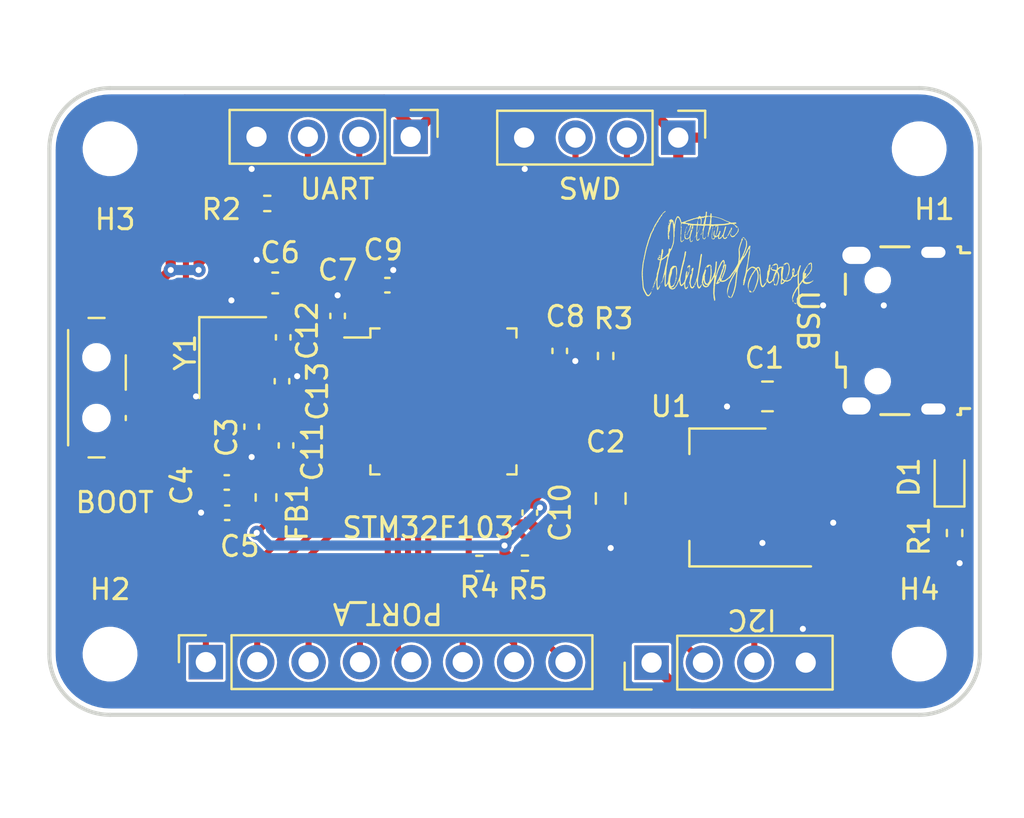
<source format=kicad_pcb>
(kicad_pcb (version 20241229) (generator "pcbnew") (generator_version "9.0")
  (title_block (title "STM32F103_Dev Board") (date "2023-07-22") (rev "1.0") (company "Switches") (comment 1 "Author: Matthew"))
  (layers (0 "F.Cu" signal) (2 "B.Cu" power) (13 "F.Paste" user) (15 "B.Paste" user) (5 "F.SilkS" user "F.Silkscreen") (7 "B.SilkS" user "B.Silkscreen") (1 "F.Mask" user) (3 "B.Mask" user) (25 "Edge.Cuts" user))
  (net 0 "")
  (net 1 "VBUS")
  (net 2 "GND")
  (net 3 "+3.3V")
  (net 4 "Net-(C11-Pad1)")
  (net 5 "/HSE_IN")
  (net 6 "/HSE_OUT")
  (net 7 "+3.3VA")
  (net 8 "/PWR_LED_K")
  (net 9 "/USART_TX")
  (net 10 "/USART_RX")
  (net 11 "/I2C2_SCL")
  (net 12 "/I2C2_SDA")
  (net 13 "/SWDIO")
  (net 14 "/SWCLK")
  (net 15 "/USB_D-")
  (net 16 "/USB_D+")
  (net 17 "Net-(J1-Pad1)")
  (net 18 "Net-(J1-Pad2)")
  (net 19 "Net-(J1-Pad3)")
  (net 20 "Net-(J1-Pad4)")
  (net 21 "Net-(J1-Pad5)")
  (net 22 "Net-(J1-Pad6)")
  (net 23 "Net-(J1-Pad7)")
  (net 24 "Net-(J1-Pad8)")
  (net 25 "Net-(R2-Pad2)")
  (net 26 "Net-(R2-Pad1)")
  (footprint "Capacitor_SMD:C_0402_1005Metric" (layer "F.Cu") (at 140 111.252164 -90)
    (property "Reference" "C8" (at -1.706164 -0.274 180) (layer "F.SilkS"))
    (property "Value" "100n")
    (pad "1" smd roundrect (at -0.48 0 270) (size 0.56 0.62) (layers "F.Cu" "F.Mask" "F.Paste") (net 3 "+3.3V"))
    (pad "2" smd roundrect (at 0.48 0 270) (size 0.56 0.62) (layers "F.Cu" "F.Mask" "F.Paste") (net 2 "GND"))
  )
  (footprint "Package_QFP:LQFP-48_7x7mm_P0.5mm" (layer "F.Cu") (at 134.25 113.75)
    (property "Reference" "U2")
    (property "Value" "STM32F103C8T6")
    (pad "1" smd roundrect (at -4.1625 -2.75) (size 1.475 0.3) (layers "F.Cu" "F.Mask" "F.Paste") (net 3 "+3.3V"))
    (pad "2" smd roundrect (at -4.1625 -2.25) (size 1.475 0.3) (layers "F.Cu" "F.Mask" "F.Paste"))
    (pad "3" smd roundrect (at -4.1625 -1.75) (size 1.475 0.3) (layers "F.Cu" "F.Mask" "F.Paste"))
    (pad "4" smd roundrect (at -4.1625 -1.25) (size 1.475 0.3) (layers "F.Cu" "F.Mask" "F.Paste"))
    (pad "5" smd roundrect (at -4.1625 -0.75) (size 1.475 0.3) (layers "F.Cu" "F.Mask" "F.Paste") (net 5 "/HSE_IN"))
    (pad "6" smd roundrect (at -4.1625 -0.25) (size 1.475 0.3) (layers "F.Cu" "F.Mask" "F.Paste") (net 6 "/HSE_OUT"))
    (pad "7" smd roundrect (at -4.1625 0.25) (size 1.475 0.3) (layers "F.Cu" "F.Mask" "F.Paste") (net 4 "Net-(C11-Pad1)"))
    (pad "8" smd roundrect (at -4.1625 0.75) (size 1.475 0.3) (layers "F.Cu" "F.Mask" "F.Paste") (net 2 "GND"))
    (pad "9" smd roundrect (at -4.1625 1.25) (size 1.475 0.3) (layers "F.Cu" "F.Mask" "F.Paste") (net 7 "+3.3VA"))
    (pad "10" smd roundrect (at -4.1625 1.75) (size 1.475 0.3) (layers "F.Cu" "F.Mask" "F.Paste") (net 17 "Net-(J1-Pad1)"))
    (pad "11" smd roundrect (at -4.1625 2.25) (size 1.475 0.3) (layers "F.Cu" "F.Mask" "F.Paste") (net 18 "Net-(J1-Pad2)"))
    (pad "12" smd roundrect (at -4.1625 2.75) (size 1.475 0.3) (layers "F.Cu" "F.Mask" "F.Paste") (net 19 "Net-(J1-Pad3)"))
    (pad "13" smd roundrect (at -2.75 4.1625) (size 0.3 1.475) (layers "F.Cu" "F.Mask" "F.Paste") (net 20 "Net-(J1-Pad4)"))
    (pad "14" smd roundrect (at -2.25 4.1625) (size 0.3 1.475) (layers "F.Cu" "F.Mask" "F.Paste") (net 21 "Net-(J1-Pad5)"))
    (pad "15" smd roundrect (at -1.75 4.1625) (size 0.3 1.475) (layers "F.Cu" "F.Mask" "F.Paste") (net 22 "Net-(J1-Pad6)"))
    (pad "16" smd roundrect (at -1.25 4.1625) (size 0.3 1.475) (layers "F.Cu" "F.Mask" "F.Paste") (net 23 "Net-(J1-Pad7)"))
    (pad "17" smd roundrect (at -0.75 4.1625) (size 0.3 1.475) (layers "F.Cu" "F.Mask" "F.Paste") (net 24 "Net-(J1-Pad8)"))
    (pad "18" smd roundrect (at -0.25 4.1625) (size 0.3 1.475) (layers "F.Cu" "F.Mask" "F.Paste"))
    (pad "19" smd roundrect (at 0.25 4.1625) (size 0.3 1.475) (layers "F.Cu" "F.Mask" "F.Paste"))
    (pad "20" smd roundrect (at 0.75 4.1625) (size 0.3 1.475) (layers "F.Cu" "F.Mask" "F.Paste"))
    (pad "21" smd roundrect (at 1.25 4.1625) (size 0.3 1.475) (layers "F.Cu" "F.Mask" "F.Paste") (net 11 "/I2C2_SCL"))
    (pad "22" smd roundrect (at 1.75 4.1625) (size 0.3 1.475) (layers "F.Cu" "F.Mask" "F.Paste") (net 12 "/I2C2_SDA"))
    (pad "23" smd roundrect (at 2.25 4.1625) (size 0.3 1.475) (layers "F.Cu" "F.Mask" "F.Paste") (net 2 "GND"))
    (pad "24" smd roundrect (at 2.75 4.1625) (size 0.3 1.475) (layers "F.Cu" "F.Mask" "F.Paste") (net 3 "+3.3V"))
    (pad "25" smd roundrect (at 4.1625 2.75) (size 1.475 0.3) (layers "F.Cu" "F.Mask" "F.Paste"))
    (pad "26" smd roundrect (at 4.1625 2.25) (size 1.475 0.3) (layers "F.Cu" "F.Mask" "F.Paste"))
    (pad "27" smd roundrect (at 4.1625 1.75) (size 1.475 0.3) (layers "F.Cu" "F.Mask" "F.Paste"))
    (pad "28" smd roundrect (at 4.1625 1.25) (size 1.475 0.3) (layers "F.Cu" "F.Mask" "F.Paste"))
    (pad "29" smd roundrect (at 4.1625 0.75) (size 1.475 0.3) (layers "F.Cu" "F.Mask" "F.Paste"))
    (pad "30" smd roundrect (at 4.1625 0.25) (size 1.475 0.3) (layers "F.Cu" "F.Mask" "F.Paste"))
    (pad "31" smd roundrect (at 4.1625 -0.25) (size 1.475 0.3) (layers "F.Cu" "F.Mask" "F.Paste"))
    (pad "32" smd roundrect (at 4.1625 -0.75) (size 1.475 0.3) (layers "F.Cu" "F.Mask" "F.Paste") (net 15 "/USB_D-"))
    (pad "33" smd roundrect (at 4.1625 -1.25) (size 1.475 0.3) (layers "F.Cu" "F.Mask" "F.Paste") (net 16 "/USB_D+"))
    (pad "34" smd roundrect (at 4.1625 -1.75) (size 1.475 0.3) (layers "F.Cu" "F.Mask" "F.Paste") (net 13 "/SWDIO"))
    (pad "35" smd roundrect (at 4.1625 -2.25) (size 1.475 0.3) (layers "F.Cu" "F.Mask" "F.Paste") (net 2 "GND"))
    (pad "36" smd roundrect (at 4.1625 -2.75) (size 1.475 0.3) (layers "F.Cu" "F.Mask" "F.Paste") (net 3 "+3.3V"))
    (pad "37" smd roundrect (at 2.75 -4.1625) (size 0.3 1.475) (layers "F.Cu" "F.Mask" "F.Paste") (net 14 "/SWCLK"))
    (pad "38" smd roundrect (at 2.25 -4.1625) (size 0.3 1.475) (layers "F.Cu" "F.Mask" "F.Paste"))
    (pad "39" smd roundrect (at 1.75 -4.1625) (size 0.3 1.475) (layers "F.Cu" "F.Mask" "F.Paste"))
    (pad "40" smd roundrect (at 1.25 -4.1625) (size 0.3 1.475) (layers "F.Cu" "F.Mask" "F.Paste"))
    (pad "41" smd roundrect (at 0.75 -4.1625) (size 0.3 1.475) (layers "F.Cu" "F.Mask" "F.Paste"))
    (pad "42" smd roundrect (at 0.25 -4.1625) (size 0.3 1.475) (layers "F.Cu" "F.Mask" "F.Paste") (net 9 "/USART_TX"))
    (pad "43" smd roundrect (at -0.25 -4.1625) (size 0.3 1.475) (layers "F.Cu" "F.Mask" "F.Paste") (net 10 "/USART_RX"))
    (pad "44" smd roundrect (at -0.75 -4.1625) (size 0.3 1.475) (layers "F.Cu" "F.Mask" "F.Paste") (net 25 "Net-(R2-Pad2)"))
    (pad "45" smd roundrect (at -1.25 -4.1625) (size 0.3 1.475) (layers "F.Cu" "F.Mask" "F.Paste"))
    (pad "46" smd roundrect (at -1.75 -4.1625) (size 0.3 1.475) (layers "F.Cu" "F.Mask" "F.Paste"))
    (pad "47" smd roundrect (at -2.25 -4.1625) (size 0.3 1.475) (layers "F.Cu" "F.Mask" "F.Paste") (net 2 "GND"))
    (pad "48" smd roundrect (at -2.75 -4.1625) (size 0.3 1.475) (layers "F.Cu" "F.Mask" "F.Paste") (net 3 "+3.3V"))
  )
  (footprint "Inductor_SMD:L_0603_1608Metric" (layer "F.Cu") (at 125.48 118.502164 -90)
    (property "Reference" "FB1" (at 0.75 -1.54 90) (layer "F.SilkS"))
    (property "Value" "FerriteBead")
    (pad "1" smd roundrect (at -0.7875 0 270) (size 0.875 0.95) (layers "F.Cu" "F.Mask" "F.Paste") (net 7 "+3.3VA"))
    (pad "2" smd roundrect (at 0.7875 0 270) (size 0.875 0.95) (layers "F.Cu" "F.Mask" "F.Paste") (net 3 "+3.3V"))
  )
  (footprint "Capacitor_SMD:C_0402_1005Metric" (layer "F.Cu") (at 126.33 110.582164 90)
    (property "Reference" "C12" (at 0.33 1.19 90) (layer "F.SilkS"))
    (property "Value" "10p")
    (pad "1" smd roundrect (at -0.48 0 90) (size 0.56 0.62) (layers "F.Cu" "F.Mask" "F.Paste") (net 5 "/HSE_IN"))
    (pad "2" smd roundrect (at 0.48 0 90) (size 0.56 0.62) (layers "F.Cu" "F.Mask" "F.Paste") (net 2 "GND"))
  )
  (footprint "Capacitor_SMD:C_0402_1005Metric" (layer "F.Cu") (at 129.02 109.522164 90)
    (property "Reference" "C7" (at 2.27 0 180) (layer "F.SilkS"))
    (property "Value" "100n")
    (pad "1" smd roundrect (at -0.48 0 90) (size 0.56 0.62) (layers "F.Cu" "F.Mask" "F.Paste") (net 3 "+3.3V"))
    (pad "2" smd roundrect (at 0.48 0 90) (size 0.56 0.62) (layers "F.Cu" "F.Mask" "F.Paste") (net 2 "GND"))
  )
  (footprint "Resistor_SMD:R_0402_1005Metric" (layer "F.Cu") (at 142.27 111.502164 -90)
    (property "Reference" "R3" (at -1.846 -0.388 180) (layer "F.SilkS"))
    (property "Value" "1K5")
    (pad "1" smd roundrect (at -0.51 0 270) (size 0.54 0.64) (layers "F.Cu" "F.Mask" "F.Paste") (net 3 "+3.3V"))
    (pad "2" smd roundrect (at 0.51 0 270) (size 0.54 0.64) (layers "F.Cu" "F.Mask" "F.Paste") (net 16 "/USB_D+"))
  )
  (footprint "Connector_PinHeader_2.54mm:PinHeader_1x04_P2.54mm_Vertical" (layer "F.Cu") (at 132.63 100.662164 -90)
    (property "Reference" "J2")
    (property "Value" "Conn_01x04_Male")
    (pad "1" thru_hole rect (at 0 0 270) (size 1.7 1.7) (drill 1) (layers "*.Cu" "*.Mask") (net 3 "+3.3V"))
    (pad "2" thru_hole oval (at 0 2.54 270) (size 1.7 1.7) (drill 1) (layers "*.Cu" "*.Mask") (net 9 "/USART_TX"))
    (pad "3" thru_hole oval (at 0 5.08 270) (size 1.7 1.7) (drill 1) (layers "*.Cu" "*.Mask") (net 10 "/USART_RX"))
    (pad "4" thru_hole oval (at 0 7.62 270) (size 1.7 1.7) (drill 1) (layers "*.Cu" "*.Mask") (net 2 "GND"))
  )
  (footprint "MountingHole:MountingHole_2.2mm_M2" (layer "F.Cu") (at 117.77 126.252164)
    (property "Reference" "H2" (at 0 -3.2 0) (layer "F.SilkS"))
    (property "Value" "MountingHole")
    (pad "" np_thru_hole circle (at 0 0) (size 2.2 2.2) (drill 2.2) (layers "*.Cu" "*.Mask"))
  )
  (footprint "Connector_PinHeader_2.54mm:PinHeader_1x04_P2.54mm_Vertical" (layer "F.Cu") (at 144.54 126.672164 90)
    (property "Reference" "J4")
    (property "Value" "Conn_01x04_Male")
    (pad "1" thru_hole rect (at 0 0 90) (size 1.7 1.7) (drill 1) (layers "*.Cu" "*.Mask") (net 3 "+3.3V"))
    (pad "2" thru_hole oval (at 0 2.54 90) (size 1.7 1.7) (drill 1) (layers "*.Cu" "*.Mask") (net 11 "/I2C2_SCL"))
    (pad "3" thru_hole oval (at 0 5.08 90) (size 1.7 1.7) (drill 1) (layers "*.Cu" "*.Mask") (net 12 "/I2C2_SDA"))
    (pad "4" thru_hole oval (at 0 7.62 90) (size 1.7 1.7) (drill 1) (layers "*.Cu" "*.Mask") (net 2 "GND"))
  )
  (footprint "Capacitor_SMD:C_0402_1005Metric" (layer "F.Cu") (at 131.48 108.002164)
    (property "Reference" "C9" (at -0.21 -1.75 0) (layer "F.SilkS"))
    (property "Value" "100n")
    (pad "1" smd roundrect (at -0.48 0) (size 0.56 0.62) (layers "F.Cu" "F.Mask" "F.Paste") (net 3 "+3.3V"))
    (pad "2" smd roundrect (at 0.48 0) (size 0.56 0.62) (layers "F.Cu" "F.Mask" "F.Paste") (net 2 "GND"))
  )
  (footprint "Connector_USB:USB_Micro-B_Wuerth_629105150521" (layer "F.Cu") (at 156.52 110.252164 90)
    (property "Reference" "J3")
    (property "Value" "USB_B_Micro")
    (pad "" np_thru_hole oval (at -2.5 -0.8 90) (size 0.8 0.8) (drill 0.8) (layers "*.Cu" "*.Mask"))
    (pad "" np_thru_hole oval (at 2.5 -0.8 90) (size 0.8 0.8) (drill 0.8) (layers "*.Cu" "*.Mask"))
    (pad "1" smd rect (at -1.3 -1.9 90) (size 0.45 1.3) (layers "F.Cu" "F.Mask" "F.Paste") (net 1 "VBUS"))
    (pad "2" smd rect (at -0.65 -1.9 90) (size 0.45 1.3) (layers "F.Cu" "F.Mask" "F.Paste") (net 15 "/USB_D-"))
    (pad "3" smd rect (at 0 -1.9 90) (size 0.45 1.3) (layers "F.Cu" "F.Mask" "F.Paste") (net 16 "/USB_D+"))
    (pad "4" smd rect (at 0.65 -1.9 90) (size 0.45 1.3) (layers "F.Cu" "F.Mask" "F.Paste"))
    (pad "5" smd rect (at 1.3 -1.9 90) (size 0.45 1.3) (layers "F.Cu" "F.Mask" "F.Paste") (net 2 "GND"))
    (pad "6" thru_hole oval (at -3.875 1.95 90) (size 1.15 1.8) (drill oval 0.55 1.2) (layers "*.Cu" "*.Mask") (net 2 "GND"))
    (pad "6" thru_hole oval (at -3.725 -1.85 90) (size 1.45 2) (drill oval 0.85 1.4) (layers "*.Cu" "*.Mask") (net 2 "GND"))
    (pad "6" thru_hole oval (at 3.725 -1.85 90) (size 1.45 2) (drill oval 0.85 1.4) (layers "*.Cu" "*.Mask") (net 2 "GND"))
    (pad "6" thru_hole oval (at 3.875 1.95 90) (size 1.15 1.8) (drill oval 0.55 1.2) (layers "*.Cu" "*.Mask") (net 2 "GND"))
  )
  (footprint "Capacitor_SMD:C_0402_1005Metric" (layer "F.Cu") (at 123.54 117.76 180)
    (property "Reference" "C4" (at 2.23 -0.15 90) (layer "F.SilkS"))
    (property "Value" "1u")
    (pad "1" smd roundrect (at -0.48 0 180) (size 0.56 0.62) (layers "F.Cu" "F.Mask" "F.Paste") (net 7 "+3.3VA"))
    (pad "2" smd roundrect (at 0.48 0 180) (size 0.56 0.62) (layers "F.Cu" "F.Mask" "F.Paste") (net 2 "GND"))
  )
  (footprint "Capacitor_SMD:C_0402_1005Metric" (layer "F.Cu") (at 124.77 115.002164 -90)
    (property "Reference" "C11" (at 1.25 -3 90) (layer "F.SilkS"))
    (property "Value" "100n")
    (pad "1" smd roundrect (at -0.48 0 270) (size 0.56 0.62) (layers "F.Cu" "F.Mask" "F.Paste") (net 4 "Net-(C11-Pad1)"))
    (pad "2" smd roundrect (at 0.48 0 270) (size 0.56 0.62) (layers "F.Cu" "F.Mask" "F.Paste") (net 2 "GND"))
  )
  (footprint "Capacitor_SMD:C_0805_2012Metric" (layer "F.Cu") (at 142.52 118.552164 -90)
    (property "Reference" "C2" (at -2.8 0.25 180) (layer "F.SilkS"))
    (property "Value" "22u")
    (pad "1" smd roundrect (at -0.95 0 270) (size 1 1.45) (layers "F.Cu" "F.Mask" "F.Paste") (net 3 "+3.3V"))
    (pad "2" smd roundrect (at 0.95 0 270) (size 1 1.45) (layers "F.Cu" "F.Mask" "F.Paste") (net 2 "GND"))
  )
  (footprint "Capacitor_SMD:C_0603_1608Metric" (layer "F.Cu") (at 125.935 107.89 180)
    (property "Reference" "C6" (at -0.245 1.5 0) (layer "F.SilkS"))
    (property "Value" "10U")
    (pad "1" smd roundrect (at -0.775 0 180) (size 0.9 0.95) (layers "F.Cu" "F.Mask" "F.Paste") (net 3 "+3.3V"))
    (pad "2" smd roundrect (at 0.775 0 180) (size 0.9 0.95) (layers "F.Cu" "F.Mask" "F.Paste") (net 2 "GND"))
  )
  (footprint "Resistor_SMD:R_0402_1005Metric" (layer "F.Cu") (at 125.542 103.958)
    (property "Reference" "R2" (at -2.272 0.294164 180) (layer "F.SilkS"))
    (property "Value" "10k")
    (pad "1" smd roundrect (at -0.51 0) (size 0.54 0.64) (layers "F.Cu" "F.Mask" "F.Paste") (net 26 "Net-(R2-Pad1)"))
    (pad "2" smd roundrect (at 0.51 0) (size 0.54 0.64) (layers "F.Cu" "F.Mask" "F.Paste") (net 25 "Net-(R2-Pad2)"))
  )
  (footprint "Capacitor_SMD:C_0402_1005Metric" (layer "F.Cu") (at 138.52 119.252164 -90)
    (property "Reference" "C10" (at 0 -1.5 90) (layer "F.SilkS"))
    (property "Value" "100n")
    (pad "1" smd roundrect (at -0.48 0 270) (size 0.56 0.62) (layers "F.Cu" "F.Mask" "F.Paste") (net 3 "+3.3V"))
    (pad "2" smd roundrect (at 0.48 0 270) (size 0.56 0.62) (layers "F.Cu" "F.Mask" "F.Paste") (net 2 "GND"))
  )
  (footprint "Package_TO_SOT_SMD:SOT-223-3_TabPin2" (layer "F.Cu") (at 148.32 118.502164 180)
    (property "Reference" "U1" (at 2.82 4.502164 0) (layer "F.SilkS"))
    (property "Value" "AMS1117-3.3")
    (pad "1" smd rect (at -3.15 -2.3 180) (size 2 1.5) (layers "F.Cu" "F.Mask" "F.Paste") (net 2 "GND"))
    (pad "2" smd rect (at -3.15 0 180) (size 2 1.5) (layers "F.Cu" "F.Mask" "F.Paste") (net 3 "+3.3V"))
    (pad "2" smd rect (at 3.15 0 180) (size 2 3.8) (layers "F.Cu" "F.Mask" "F.Paste") (net 3 "+3.3V"))
    (pad "3" smd rect (at -3.15 2.3 180) (size 2 1.5) (layers "F.Cu" "F.Mask" "F.Paste") (net 1 "VBUS"))
  )
  (footprint "LOGO" (layer "F.Cu") (at 149 106.5 90)
    (property "Reference" "G***")
    (property "Value" "LOGO" (hide yes))
  )
  (footprint "LED_SMD:LED_0603_1608Metric" (layer "F.Cu") (at 159.27 117.464664 90)
    (property "Reference" "D1" (at -0.0375 -2 90) (layer "F.SilkS"))
    (property "Value" "RED")
    (pad "1" smd roundrect (at -0.7875 0 90) (size 0.875 0.95) (layers "F.Cu" "F.Mask" "F.Paste") (net 8 "/PWR_LED_K"))
    (pad "2" smd roundrect (at 0.7875 0 90) (size 0.875 0.95) (layers "F.Cu" "F.Mask" "F.Paste") (net 3 "+3.3V"))
  )
  (footprint "MountingHole:MountingHole_2.2mm_M2" (layer "F.Cu") (at 157.77 101.252164)
    (property "Reference" "H1" (at 0.75 3 0) (layer "F.SilkS"))
    (property "Value" "MountingHole")
    (pad "" np_thru_hole circle (at 0 0) (size 2.2 2.2) (drill 2.2) (layers "*.Cu" "*.Mask"))
  )
  (footprint "Capacitor_SMD:C_0402_1005Metric" (layer "F.Cu") (at 126.47 115.93 90)
    (property "Reference" "C3" (at 0.4 -2.94 90) (layer "F.SilkS"))
    (property "Value" "100n")
    (pad "1" smd roundrect (at -0.48 0 90) (size 0.56 0.62) (layers "F.Cu" "F.Mask" "F.Paste") (net 7 "+3.3VA"))
    (pad "2" smd roundrect (at 0.48 0 90) (size 0.56 0.62) (layers "F.Cu" "F.Mask" "F.Paste") (net 2 "GND"))
  )
  (footprint "Capacitor_SMD:C_0402_1005Metric" (layer "F.Cu") (at 123.56 119.26 180)
    (property "Reference" "C5" (at -0.62 -1.66 0) (layer "F.SilkS"))
    (property "Value" "1u")
    (pad "1" smd roundrect (at -0.48 0 180) (size 0.56 0.62) (layers "F.Cu" "F.Mask" "F.Paste") (net 3 "+3.3V"))
    (pad "2" smd roundrect (at 0.48 0 180) (size 0.56 0.62) (layers "F.Cu" "F.Mask" "F.Paste") (net 2 "GND"))
  )
  (footprint "MountingHole:MountingHole_2.2mm_M2" (layer "F.Cu") (at 117.77 101.252164)
    (property "Reference" "H3" (at 0.25 3.5 0) (layer "F.SilkS"))
    (property "Value" "MountingHole")
    (pad "" np_thru_hole circle (at 0 0) (size 2.2 2.2) (drill 2.2) (layers "*.Cu" "*.Mask"))
  )
  (footprint "Capacitor_SMD:C_0402_1005Metric" (layer "F.Cu") (at 126.27 112.752164 90)
    (property "Reference" "C13" (at -0.5 1.75 90) (layer "F.SilkS"))
    (property "Value" "10p")
    (pad "1" smd roundrect (at -0.48 0 90) (size 0.56 0.62) (layers "F.Cu" "F.Mask" "F.Paste") (net 6 "/HSE_OUT"))
    (pad "2" smd roundrect (at 0.48 0 90) (size 0.56 0.62) (layers "F.Cu" "F.Mask" "F.Paste") (net 2 "GND"))
  )
  (footprint "Connector_PinHeader_2.54mm:PinHeader_1x04_P2.54mm_Vertical" (layer "F.Cu") (at 145.86 100.702164 -90)
    (property "Reference" "J5")
    (property "Value" "Conn_01x04_Male")
    (pad "1" thru_hole rect (at 0 0 270) (size 1.7 1.7) (drill 1) (layers "*.Cu" "*.Mask") (net 3 "+3.3V"))
    (pad "2" thru_hole oval (at 0 2.54 270) (size 1.7 1.7) (drill 1) (layers "*.Cu" "*.Mask") (net 13 "/SWDIO"))
    (pad "3" thru_hole oval (at 0 5.08 270) (size 1.7 1.7) (drill 1) (layers "*.Cu" "*.Mask") (net 14 "/SWCLK"))
    (pad "4" thru_hole oval (at 0 7.62 270) (size 1.7 1.7) (drill 1) (layers "*.Cu" "*.Mask") (net 2 "GND"))
  )
  (footprint "Resistor_SMD:R_0402_1005Metric" (layer "F.Cu") (at 159.52 120.262164 -90)
    (property "Reference" "R1" (at 0.153641 1.75 90) (layer "F.SilkS"))
    (property "Value" "1K5")
    (pad "1" smd roundrect (at -0.51 0 270) (size 0.54 0.64) (layers "F.Cu" "F.Mask" "F.Paste") (net 8 "/PWR_LED_K"))
    (pad "2" smd roundrect (at 0.51 0 270) (size 0.54 0.64) (layers "F.Cu" "F.Mask" "F.Paste") (net 2 "GND"))
  )
  (footprint "Connector_PinSocket_2.54mm:PinSocket_1x08_P2.54mm_Vertical" (layer "F.Cu") (at 122.505 126.647164 90)
    (property "Reference" "J1")
    (property "Value" "Conn_01x08_Female")
    (pad "1" thru_hole rect (at 0 0 90) (size 1.7 1.7) (drill 1) (layers "*.Cu" "*.Mask") (net 17 "Net-(J1-Pad1)"))
    (pad "2" thru_hole oval (at 0 2.54 90) (size 1.7 1.7) (drill 1) (layers "*.Cu" "*.Mask") (net 18 "Net-(J1-Pad2)"))
    (pad "3" thru_hole oval (at 0 5.08 90) (size 1.7 1.7) (drill 1) (layers "*.Cu" "*.Mask") (net 19 "Net-(J1-Pad3)"))
    (pad "4" thru_hole oval (at 0 7.62 90) (size 1.7 1.7) (drill 1) (layers "*.Cu" "*.Mask") (net 20 "Net-(J1-Pad4)"))
    (pad "5" thru_hole oval (at 0 10.16 90) (size 1.7 1.7) (drill 1) (layers "*.Cu" "*.Mask") (net 21 "Net-(J1-Pad5)"))
    (pad "6" thru_hole oval (at 0 12.7 90) (size 1.7 1.7) (drill 1) (layers "*.Cu" "*.Mask") (net 22 "Net-(J1-Pad6)"))
    (pad "7" thru_hole oval (at 0 15.24 90) (size 1.7 1.7) (drill 1) (layers "*.Cu" "*.Mask") (net 23 "Net-(J1-Pad7)"))
    (pad "8" thru_hole oval (at 0 17.78 90) (size 1.7 1.7) (drill 1) (layers "*.Cu" "*.Mask") (net 24 "Net-(J1-Pad8)"))
  )
  (footprint "Resistor_SMD:R_0402_1005Metric" (layer "F.Cu") (at 138.28 121.752164)
    (property "Reference" "R5" (at 0.153641 1.274 0) (layer "F.SilkS"))
    (property "Value" "1K5")
    (pad "1" smd roundrect (at -0.51 0) (size 0.54 0.64) (layers "F.Cu" "F.Mask" "F.Paste") (net 3 "+3.3V"))
    (pad "2" smd roundrect (at 0.51 0) (size 0.54 0.64) (layers "F.Cu" "F.Mask" "F.Paste") (net 12 "/I2C2_SDA"))
  )
  (footprint "MountingHole:MountingHole_2.2mm_M2" (layer "F.Cu") (at 157.77 126.252164)
    (property "Reference" "H4" (at 0 -3.2 0) (layer "F.SilkS"))
    (property "Value" "MountingHole")
    (pad "" np_thru_hole circle (at 0 0) (size 2.2 2.2) (drill 2.2) (layers "*.Cu" "*.Mask"))
  )
  (footprint "Button_Switch_SMD:SW_SPDT_PCM12" (layer "F.Cu") (at 117.4275 113.072164 -90)
    (property "Reference" "SW1")
    (property "Value" "SW_SPDT")
    (pad "" smd rect (at -3.65 -0.78 270) (size 1 0.8) (layers "F.Cu" "F.Mask" "F.Paste"))
    (pad "" smd rect (at -3.65 1.43 270) (size 1 0.8) (layers "F.Cu" "F.Mask" "F.Paste"))
    (pad "" np_thru_hole circle (at -1.5 0.33 270) (size 0.9 0.9) (drill 0.9) (layers "*.Cu" "*.Mask"))
    (pad "" np_thru_hole circle (at 1.5 0.33 270) (size 0.9 0.9) (drill 0.9) (layers "*.Cu" "*.Mask"))
    (pad "" smd rect (at 3.65 -0.78 270) (size 1 0.8) (layers "F.Cu" "F.Mask" "F.Paste"))
    (pad "" smd rect (at 3.65 1.43 270) (size 1 0.8) (layers "F.Cu" "F.Mask" "F.Paste"))
    (pad "1" smd rect (at -2.25 -1.43 270) (size 0.7 1.5) (layers "F.Cu" "F.Mask" "F.Paste") (net 3 "+3.3V"))
    (pad "2" smd rect (at 0.75 -1.43 270) (size 0.7 1.5) (layers "F.Cu" "F.Mask" "F.Paste") (net 26 "Net-(R2-Pad1)"))
    (pad "3" smd rect (at 2.25 -1.43 270) (size 0.7 1.5) (layers "F.Cu" "F.Mask" "F.Paste") (net 2 "GND"))
  )
  (footprint "Crystal:Crystal_SMD_3225-4Pin_3.2x2.5mm" (layer "F.Cu") (at 123.83 111.582164 -90)
    (property "Reference" "Y1" (at -0.26 2.34 90) (layer "F.SilkS"))
    (property "Value" "10MHz")
    (pad "1" smd rect (at -1.1 0.85 270) (size 1.4 1.2) (layers "F.Cu" "F.Mask" "F.Paste") (net 5 "/HSE_IN"))
    (pad "2" smd rect (at 1.1 0.85 270) (size 1.4 1.2) (layers "F.Cu" "F.Mask" "F.Paste") (net 2 "GND"))
    (pad "3" smd rect (at 1.1 -0.85 270) (size 1.4 1.2) (layers "F.Cu" "F.Mask" "F.Paste") (net 6 "/HSE_OUT"))
    (pad "4" smd rect (at -1.1 -0.85 270) (size 1.4 1.2) (layers "F.Cu" "F.Mask" "F.Paste") (net 2 "GND"))
  )
  (footprint "Resistor_SMD:R_0402_1005Metric" (layer "F.Cu") (at 136.025 121.767164 180)
    (property "Reference" "R4" (at 0 -1.17 0) (layer "F.SilkS"))
    (property "Value" "1K5")
    (pad "1" smd roundrect (at -0.51 0 180) (size 0.54 0.64) (layers "F.Cu" "F.Mask" "F.Paste") (net 3 "+3.3V"))
    (pad "2" smd roundrect (at 0.51 0 180) (size 0.54 0.64) (layers "F.Cu" "F.Mask" "F.Paste") (net 11 "/I2C2_SCL"))
  )
  (footprint "Capacitor_SMD:C_0805_2012Metric" (layer "F.Cu") (at 150.27 113.502164 180)
    (property "Reference" "C1" (at 0.15 1.898 0) (layer "F.SilkS"))
    (property "Value" "22u")
    (pad "1" smd roundrect (at -0.95 0 180) (size 1 1.45) (layers "F.Cu" "F.Mask" "F.Paste") (net 1 "VBUS"))
    (pad "2" smd roundrect (at 0.95 0 180) (size 1 1.45) (layers "F.Cu" "F.Mask" "F.Paste") (net 2 "GND"))
  )
  (gr_arc (start 117.77 129.252164) (mid 115.64868 128.373484) (end 114.77 126.252164) (stroke (width 0.2)) (layer "Edge.Cuts"))
  (gr_line (start 117.77 129.252164) (end 157.77 129.252164) (stroke (width 0.2)) (layer "Edge.Cuts"))
  (gr_line (start 160.77 126.252164) (end 160.77 101.252164) (stroke (width 0.2)) (layer "Edge.Cuts"))
  (gr_arc (start 160.77 126.252164) (mid 159.89132 128.373484) (end 157.77 129.252164) (stroke (width 0.2)) (layer "Edge.Cuts"))
  (gr_arc (start 157.77 98.252164) (mid 159.89132 99.130844) (end 160.77 101.252164) (stroke (width 0.2)) (layer "Edge.Cuts"))
  (gr_line (start 157.77 98.252164) (end 117.77 98.252164) (stroke (width 0.2)) (layer "Edge.Cuts"))
  (gr_line (start 114.77 101.252164) (end 114.77 126.252164) (stroke (width 0.2)) (layer "Edge.Cuts"))
  (gr_arc (start 114.77 101.252164) (mid 115.64868 99.130844) (end 117.77 98.252164) (stroke (width 0.2)) (layer "Edge.Cuts"))
  (gr_text "SWD\n" (at 141.5 103.25 0) (layer "F.SilkS") (effects (font (size 1 1))))
  (gr_text "I2C\n\n" (at 149.5 123.75 180) (layer "F.SilkS") (effects (font (size 1 1))))
  (gr_text "PORT_A" (at 131.5 124.25 180) (layer "F.SilkS") (effects (font (size 1 1))))
  (gr_text "USB" (at 152.25 109.75 270) (layer "F.SilkS") (effects (font (size 1 1))))
  (gr_text "UART" (at 129 103.25 0) (layer "F.SilkS") (effects (font (size 1 1))))
  (gr_text "BOOT" (at 118 118.75 0) (layer "F.SilkS") (effects (font (size 1 1))))
  (gr_text "STM32F103" (at 133.5 120 0) (layer "F.SilkS") (effects (font (size 1 1))))
  (segment (start 151.17 114.002164) (end 151.17 112.602164) (width 0.5) (layer "F.Cu") (net 1))
  (segment (start 151.47 114.302164) (end 151.17 114.002164) (width 0.5) (layer "F.Cu") (net 1))
  (segment (start 151.17 112.602164) (end 152.22 111.552164) (width 0.5) (layer "F.Cu") (net 1))
  (segment (start 151.47 116.202164) (end 151.47 114.302164) (width 0.5) (layer "F.Cu") (net 1))
  (segment (start 152.22 111.552164) (end 154.62 111.552164) (width 0.5) (layer "F.Cu") (net 1))
  (segment (start 123.06 117.76) (end 123.06 117.192164) (width 0.5) (layer "F.Cu") (net 2))
  (segment (start 151.47 120.802164) (end 152.47 120.802164) (width 0.5) (layer "F.Cu") (net 2))
  (segment (start 123.08 119.26) (end 122.277836 119.26) (width 0.5) (layer "F.Cu") (net 2))
  (segment (start 159.52 120.772164) (end 159.52 121.502164) (width 0.5) (layer "F.Cu") (net 2))
  (segment (start 129.02 109.042164) (end 129.02 108.502164) (width 0.5) (layer "F.Cu") (net 2))
  (segment (start 122.98 112.682164) (end 122.98 113.962164) (width 0.5) (layer "F.Cu") (net 2))
  (segment (start 122.2 115.322164) (end 118.8575 115.322164) (width 0.3) (layer "F.Cu") (net 2))
  (segment (start 124.68 108.842164) (end 125.16 108.362164) (width 0.5) (layer "F.Cu") (net 2))
  (segment (start 142.02 120.002164) (end 138.77 120.002164) (width 0.5) (layer "F.Cu") (net 2))
  (segment (start 140.75 111.732164) (end 140.77 111.752164) (width 0.3) (layer "F.Cu") (net 2))
  (segment (start 138.24 100.702164) (end 138.24 102.222164) (width 0.5) (layer "F.Cu") (net 2))
  (segment (start 151.47 120.802164) (end 150.07 120.802164) (width 0.5) (layer "F.Cu") (net 2))
  (segment (start 148.27 114.002164) (end 148.82 114.002164) (width 0.3) (layer "F.Cu") (net 2))
  (segment (start 155.97 108.952164) (end 156.02 109.002164) (width 0.5) (layer "F.Cu") (net 2))
  (segment (start 125.16 106.892164) (end 125.02 106.752164) (width 0.5) (layer "F.Cu") (net 2))
  (segment (start 138.4125 111.5) (end 139.767836 111.5) (width 0.3) (layer "F.Cu") (net 2))
  (segment (start 124.68 110.482164) (end 124.68 108.842164) (width 0.5) (layer "F.Cu") (net 2))
  (segment (start 137.584361 119.732164) (end 138.52 119.732164) (width 0.3) (layer "F.Cu") (net 2))
  (segment (start 125.16 108.362164) (end 125.16 108.932164) (width 0.5) (layer "F.Cu") (net 2))
  (segment (start 131.96 107.442164) (end 131.77 107.252164) (width 0.3) (layer "F.Cu") (net 2))
  (segment (start 132 109.5875) (end 132 108.042164) (width 0.3) (layer "F.Cu") (net 2))
  (segment (start 132 108.042164) (end 131.96 108.002164) (width 0.3) (layer "F.Cu") (net 2))
  (segment (start 124.68 109.662164) (end 123.77 108.752164) (width 0.5) (layer "F.Cu") (net 2))
  (segment (start 138.77 120.002164) (end 138.52 119.752164) (width 0.5) (layer "F.Cu") (net 2))
  (segment (start 123.06 119.24) (end 123.08 119.26) (width 0.5) (layer "F.Cu") (net 2))
  (segment (start 136.5 118.647803) (end 137.584361 119.732164) (width 0.3) (layer "F.Cu") (net 2))
  (segment (start 152.47 120.802164) (end 153.52 119.752164) (width 0.5) (layer "F.Cu") (net 2))
  (segment (start 140 111.732164) (end 140.75 111.732164) (width 0.3) (layer "F.Cu") (net 2))
  (segment (start 125.16 108.932164) (end 126.33 110.102164) (width 0.5) (layer "F.Cu") (net 2))
  (segment (start 126.47 115.052164) (end 126.47 115.45) (width 0.3) (layer "F.Cu") (net 2))
  (segment (start 122.98 112.682164) (end 122.84 112.682164) (width 0.3) (layer "F.Cu") (net 2))
  (segment (start 152.02 125.002164) (end 152.02 126.532164) (width 0.5) (layer "F.Cu") (net 2))
  (segment (start 154.62 108.952164) (end 155.97 108.952164) (width 0.5) (layer "F.Cu") (net 2))
  (segment (start 125.01 102.012164) (end 124.77 102.252164) (width 0.5) (layer "F.Cu") (net 2))
  (segment (start 123.06 117.192164) (end 124.77 115.482164) (width 0.5) (layer "F.Cu") (net 2))
  (segment (start 159.49 120.802164) (end 159.52 120.772164) (width 0.5) (layer "F.Cu") (net 2))
  (segment (start 153.07 108.952164) (end 153.02 109.002164) (width 0.5) (layer "F.Cu") (net 2))
  (segment (start 151.47 120.802164) (end 159.49 120.802164) (width 0.5) (layer "F.Cu") (net 2))
  (segment (start 125.16 107.89) (end 125.16 106.892164) (width 0.5) (layer "F.Cu") (net 2))
  (segment (start 154.67 108.902164) (end 154.62 108.952164) (width 0.3) (layer "F.Cu") (net 2))
  (segment (start 131.96 108.002164) (end 131.96 107.442164) (width 0.3) (layer "F.Cu") (net 2))
  (segment (start 126.79 112.272164) (end 127.02 112.502164) (width 0.5) (layer "F.Cu") (net 2))
  (segment (start 126.27 112.272164) (end 126.79 112.272164) (width 0.5) (layer "F.Cu") (net 2))
  (segment (start 139.767836 111.5) (end 140 111.732164) (width 0.3) (layer "F.Cu") (net 2))
  (segment (start 130.0875 114.5) (end 127.022164 114.5) (width 0.3) (layer "F.Cu") (net 2))
  (segment (start 125.16 107.89) (end 125.16 108.362164) (width 0.5) (layer "F.Cu") (net 2))
  (segment (start 142.52 119.502164) (end 142.52 121.002164) (width 0.5) (layer "F.Cu") (net 2))
  (segment (start 123.06 117.76) (end 123.06 119.24) (width 0.5) (layer "F.Cu") (net 2))
  (segment (start 124.68 110.482164) (end 124.68 109.662164) (width 0.5) (layer "F.Cu") (net 2))
  (segment (start 159.52 121.502164) (end 159.77 121.752164) (width 0.5) (layer "F.Cu") (net 2))
  (segment (start 154.62 108.952164) (end 153.07 108.952164) (width 0.5) (layer "F.Cu") (net 2))
  (segment (start 142.52 119.502164) (end 142.02 120.002164) (width 0.5) (layer "F.Cu") (net 2))
  (segment (start 122.98 114.542164) (end 122.98 112.682164) (width 0.3) (layer "F.Cu") (net 2))
  (segment (start 125.01 100.662164) (end 125.01 102.012164) (width 0.5) (layer "F.Cu") (net 2))
  (segment (start 138.52 119.752164) (end 138.52 119.732164) (width 0.5) (layer "F.Cu") (net 2))
  (segment (start 127.022164 114.5) (end 126.47 115.052164) (width 0.3) (layer "F.Cu") (net 2))
  (segment (start 122.84 112.682164) (end 122.02 113.502164) (width 0.3) (layer "F.Cu") (net 2))
  (segment (start 138.24 102.222164) (end 138.27 102.252164) (width 0.5) (layer "F.Cu") (net 2))
  (segment (start 122.277836 119.26) (end 122.27 119.252164) (width 0.5) (layer "F.Cu") (net 2))
  (segment (start 150.07 120.802164) (end 150.02 120.752164) (width 0.5) (layer "F.Cu") (net 2))
  (segment (start 122.2 115.322164) (end 122.98 114.542164) (width 0.3) (layer "F.Cu") (net 2))
  (segment (start 126.437836 115.482164) (end 126.47 115.45) (width 0.5) (layer "F.Cu") (net 2))
  (segment (start 152.02 126.532164) (end 152.16 126.672164) (width 0.5) (layer "F.Cu") (net 2))
  (segment (start 124.77 115.482164) (end 124.77 116.502164) (width 0.5) (layer "F.Cu") (net 2))
  (segment (start 124.77 115.482164) (end 126.437836 115.482164) (width 0.5) (layer "F.Cu") (net 2))
  (segment (start 154.67 106.527164) (end 154.67 108.902164) (width 0.3) (layer "F.Cu") (net 2))
  (segment (start 122.98 113.962164) (end 124.635 115.617164) (width 0.5) (layer "F.Cu") (net 2))
  (segment (start 148.82 114.002164) (end 149.32 113.502164) (width 0.3) (layer "F.Cu") (net 2))
  (via (at 131.77 107.252164) (size 0.7) (drill 0.3) (layers "F.Cu" "B.Cu") (net 2))
  (via (at 159.77 121.752164) (size 0.7) (drill 0.3) (layers "F.Cu" "B.Cu") (net 2))
  (via (at 140.77 111.752164) (size 0.7) (drill 0.3) (layers "F.Cu" "B.Cu") (net 2))
  (via (at 127.02 112.502164) (size 0.7) (drill 0.3) (layers "F.Cu" "B.Cu") (net 2))
  (via (at 138.27 102.252164) (size 0.7) (drill 0.3) (layers "F.Cu" "B.Cu") (net 2))
  (via (at 150.02 120.752164) (size 0.7) (drill 0.3) (layers "F.Cu" "B.Cu") (net 2))
  (via (at 124.77 116.502164) (size 0.7) (drill 0.3) (layers "F.Cu" "B.Cu") (net 2))
  (via (at 142.52 121.002164) (size 0.7) (drill 0.3) (layers "F.Cu" "B.Cu") (net 2))
  (via (at 152.02 125.002164) (size 0.7) (drill 0.3) (layers "F.Cu" "B.Cu") (net 2))
  (via (at 122.27 119.252164) (size 0.7) (drill 0.3) (layers "F.Cu" "B.Cu") (net 2))
  (via (at 124.77 102.252164) (size 0.7) (drill 0.3) (layers "F.Cu" "B.Cu") (net 2))
  (via (at 156.02 109.002164) (size 0.7) (drill 0.3) (layers "F.Cu" "B.Cu") (net 2))
  (via (at 125.02 106.752164) (size 0.7) (drill 0.3) (layers "F.Cu" "B.Cu") (net 2))
  (via (at 122.02 113.502164) (size 0.7) (drill 0.3) (layers "F.Cu" "B.Cu") (net 2))
  (via (at 148.27 114.002164) (size 0.7) (drill 0.3) (layers "F.Cu" "B.Cu") (net 2))
  (via (at 153.02 109.002164) (size 0.7) (drill 0.3) (layers "F.Cu" "B.Cu") (net 2))
  (via (at 129.02 108.502164) (size 0.7) (drill 0.3) (layers "F.Cu" "B.Cu") (net 2))
  (via (at 153.52 119.752164) (size 0.7) (drill 0.3) (layers "F.Cu" "B.Cu") (net 2))
  (via (at 123.77 108.752164) (size 0.7) (drill 0.3) (layers "F.Cu" "B.Cu") (net 2))
  (segment (start 158.47 106.377164) (end 158.47 114.127164) (width 0.3) (layer "B.Cu") (net 2))
  (segment (start 158.32 113.977164) (end 158.47 114.127164) (width 0.3) (layer "B.Cu") (net 2))
  (segment (start 154.67 113.977164) (end 158.32 113.977164) (width 0.3) (layer "B.Cu") (net 2))
  (segment (start 154.67 106.527164) (end 158.32 106.527164) (width 0.3) (layer "B.Cu") (net 2))
  (segment (start 154.67 113.977164) (end 154.67 106.527164) (width 0.3) (layer "B.Cu") (net 2))
  (segment (start 154.82 114.127164) (end 154.67 113.977164) (width 0.5) (layer "B.Cu") (net 2))
  (segment (start 158.32 106.527164) (end 158.47 106.377164) (width 0.3) (layer "B.Cu") (net 2))
  (segment (start 131.535775 111) (end 138.672939 118.137164) (width 0.5) (layer "F.Cu") (net 3))
  (segment (start 138.52 118.772164) (end 138.52 118.502164) (width 0.3) (layer "F.Cu") (net 3))
  (segment (start 129.02 110.502164) (end 129.517836 111) (width 0.3) (layer "F.Cu") (net 3))
  (segment (start 145.17 118.502164) (end 151.47 118.502164) (width 0.5) (layer "F.Cu") (net 3))
  (segment (start 131.5 108.502164) (end 131 108.002164) (width 0.3) (layer "F.Cu") (net 3))
  (segment (start 120.77 107.252164) (end 120.27 107.752164) (width 0.5) (layer "F.Cu") (net 3))
  (segment (start 136.535 121.767164) (end 137.755 121.767164) (width 0.3) (layer "F.Cu") (net 3))
  (segment (start 155.27 123.252164) (end 154.02 122.002164) (width 0.5) (layer "F.Cu") (net 3))
  (segment (start 138.52 118.772164) (end 137.859664 118.772164) (width 0.3) (layer "F.Cu") (net 3))
  (segment (start 138.4125 111) (end 139.772164 111) (width 0.3) (layer "F.Cu") (net 3))
  (segment (start 155.27 127.192164) (end 155.27 123.252164) (width 0.5) (layer "F.Cu") (net 3))
  (segment (start 157.02 105.752164) (end 157.02 114.752164) (width 0.5) (layer "F.Cu") (net 3))
  (segment (start 142.05 110.772164) (end 142.27 110.992164) (width 0.3) (layer "F.Cu") (net 3))
  (segment (start 120.27 110.502164) (end 119.95 110.822164) (width 0.5) (layer "F.Cu") (net 3))
  (segment (start 137.859664 118.772164) (end 137 117.9125) (width 0.3) (layer "F.Cu") (net 3))
  (segment (start 145.17 120.402164) (end 145.17 118.502164) (width 0.5) (layer "F.Cu") (net 3))
  (segment (start 125.48 119.289664) (end 124.069664 119.289664) (width 0.3) (layer "F.Cu") (net 3))
  (segment (start 126.71 107.89) (end 126.71 106.192164) (width 0.5) (layer "F.Cu") (net 3))
  (segment (start 125.48 119.792164) (end 125.48 119.289664) (width 0.3) (layer "F.Cu") (net 3))
  (segment (start 151.47 118.502164) (end 155.27 118.502164) (width 0.5) (layer "F.Cu") (net 3))
  (segment (start 137.27 120.878664) (end 137.27 121.252164) (width 0.5) (layer "F.Cu") (net 3))
  (segment (start 138.79 118.772164) (end 139.02 119.002164) (width 0.3) (layer "F.Cu") (net 3))
  (segment (start 139.69 117.602164) (end 139.155 118.137164) (width 0.5) (layer "F.Cu") (net 3))
  (segment (start 126.71 108.942164) (end 127.77 110.002164) (width 0.5) (layer "F.Cu") (net 3))
  (segment (start 132.63 100.662164) (end 134.04 99.252164) (width 0.5) (layer "F.Cu") (net 3))
  (segment (start 131.5 108.502164) (end 131.5 109.5875) (width 0.3) (layer "F.Cu") (net 3))
  (segment (start 154.02 122.002164) (end 146.77 122.002164) (width 0.5) (layer "F.Cu") (net 3))
  (segment (start 137.755 121.767164) (end 137.77 121.752164) (width 0.3) (layer "F.Cu") (net 3))
  (segment (start 145.86 104.912164) (end 140 110.772164) (width 0.5) (layer "F.Cu") (net 3))
  (segment (start 131.272164 111) (end 131.535775 111) (width 0.5) (layer "F.Cu") (net 3))
  (segment (start 138.672939 118.137164) (end 139.155 118.137164) (width 0.5) (layer "F.Cu") (net 3))
  (segment (start 134.04 99.252164) (end 144.41 99.252164) (width 0.5) (layer "F.Cu") (net 3))
  (segment (start 131.272164 111) (end 130.0875 111) (width 0.3) (layer "F.Cu") (net 3))
  (segment (start 140 110.772164) (end 142.05 110.772164) (width 0.3) (layer "F.Cu") (net 3))
  (segment (start 137.27 121.252164) (end 137.77 121.752164) (width 0.5) (layer "F.Cu") (net 3))
  (segment (start 139.155 118.137164) (end 138.52 118.772164) (width 0.5) (layer "F.Cu") (net 3))
  (segment (start 146.77 122.002164) (end 145.17 120.402164) (width 0.5) (layer "F.Cu") (net 3))
  (segment (start 155.27 118.502164) (end 157.095 116.677164) (width 0.5) (layer "F.Cu") (net 3))
  (segment (start 120.27 107.752164) (end 120.27 110.502164) (width 0.5) (layer "F.Cu") (net 3))
  (segment (start 157.095 116.677164) (end 159.27 116.677164) (width 0.5) (layer "F.Cu") (net 3))
  (segment (start 125.77 105.252164) (end 123.77 105.252164) (width 0.5) (layer "F.Cu") (net 3))
  (segment (start 153.77 128.692164) (end 155.27 127.192164) (width 0.5) (layer "F.Cu") (net 3))
  (segment (start 145.86 100.702164) (end 145.86 104.912164) (width 0.5) (layer "F.Cu") (net 3))
  (segment (start 144.41 99.252164) (end 145.86 100.702164) (width 0.5) (layer "F.Cu") (net 3))
  (segment (start 123.77 105.252164) (end 122.27 106.752164) (width 0.5) (layer "F.Cu") (net 3))
  (segment (start 126.71 106.192164) (end 125.77 105.252164) (width 0.5) (layer "F.Cu") (net 3))
  (segment (start 151.97 100.702164) (end 157.02 105.752164) (width 0.5) (layer "F.Cu") (net 3))
  (segment (start 139.772164 111) (end 140 110.772164) (width 0.3) (layer "F.Cu") (net 3))
  (segment (start 124.069664 119.289664) (end 124.04 119.26) (width 0.3) (layer "F.Cu") (net 3))
  (segment (start 138.52 118.772164) (end 138.79 118.772164) (width 0.3) (layer "F.Cu") (net 3))
  (segment (start 153.27 118.502164) (end 151.47 118.502164) (width 0.5) (layer "F.Cu") (net 3))
  (segment (start 125.27 120.002164) (end 125.48 119.792164) (width 0.3) (layer "F.Cu") (net 3))
  (segment (start 126.71 107.89) (end 126.71 108.942164) (width 0.5) (layer "F.Cu") (net 3))
  (segment (start 157.02 114.752164) (end 153.27 118.502164) (width 0.5) (layer "F.Cu") (net 3))
  (segment (start 129.02 110.002164) (end 129.02 110.502164) (width 0.3) (layer "F.Cu") (net 3))
  (segment (start 122.1465 106.875664) (end 122.1465 107.252164) (width 0.5) (layer "F.Cu") (net 3))
  (segment (start 145.17 118.502164) (end 144.77 118.502164) (width 0.5) (layer "F.Cu") (net 3))
  (segment (start 127.77 110.002164) (end 129.02 110.002164) (width 0.5) (layer "F.Cu") (net 3))
  (segment (start 143.87 117.602164) (end 142.52 117.602164) (width 0.5) (layer "F.Cu") (net 3))
  (segment (start 131.33 98.812164) (end 132.63 100.112164) (width 0.5) (layer "F.Cu") (net 3))
  (segment (start 119.95 110.822164) (end 118.4175 110.822164) (width 0.5) (layer "F.Cu") (net 3))
  (segment (start 131.5 109.5875) (end 131.5 110.772164) (width 0.3) (layer "F.Cu") (net 3))
  (segment (start 120.77 99.502164) (end 121.46 98.812164) (width 0.5) (layer "F.Cu") (net 3))
  (segment (start 146.56 128.692164) (end 153.77 128.692164) (width 0.5) (layer "F.Cu") (net 3))
  (segment (start 144.54 126.672164) (end 146.56 128.692164) (width 0.5) (layer "F.Cu") (net 3))
  (segment (start 145.86 100.702164) (end 151.97 100.702164) (width 0.5) (layer "F.Cu") (net 3))
  (segment (start 120.77 107.252164) (end 120.77 99.502164) (width 0.5) (layer "F.Cu") (net 3))
  (segment (start 144.77 118.502164) (end 143.87 117.602164) (width 0.5) (layer "F.Cu") (net 3))
  (segment (start 122.27 106.752164) (end 122.1465 106.875664) (width 0.5) (layer "F.Cu") (net 3))
  (segment (start 121.46 98.812164) (end 131.33 98.812164) (width 0.5) (layer "F.Cu") (net 3))
  (segment (start 129.517836 111) (end 130.0875 111) (width 0.3) (layer "F.Cu") (net 3))
  (segment (start 142.52 117.602164) (end 139.69 117.602164) (width 0.5) (layer "F.Cu") (net 3))
  (segment (start 132.63 100.112164) (end 132.63 100.662164) (width 0.5) (layer "F.Cu") (net 3))
  (segment (start 131.5 110.772164) (end 131.272164 111) (width 0.3) (layer "F.Cu") (net 3))
  (via (at 122.1465 107.252164) (size 0.7) (drill 0.3) (layers "F.Cu" "B.Cu") (net 3))
  (via (at 120.77 107.252164) (size 0.7) (drill 0.3) (layers "F.Cu" "B.Cu") (net 3))
  (via (at 139.02 119.002164) (size 0.7) (drill 0.3) (layers "F.Cu" "B.Cu") (net 3))
  (via (at 125.02 120.252164) (size 0.7) (drill 0.3) (layers "F.Cu" "B.Cu") (net 3))
  (via (at 137.27 120.878664) (size 0.7) (drill 0.3) (layers "F.Cu" "B.Cu") (net 3))
  (segment (start 125.02 120.252164) (end 125.6465 120.878664) (width 0.5) (layer "B.Cu") (net 3))
  (segment (start 139.02 119.128664) (end 137.27 120.878664) (width 0.5) (layer "B.Cu") (net 3))
  (segment (start 120.77 107.252164) (end 122.1465 107.252164) (width 0.5) (layer "B.Cu") (net 3))
  (segment (start 125.6465 120.878664) (end 137.27 120.878664) (width 0.5) (layer "B.Cu") (net 3))
  (segment (start 139.02 119.002164) (end 139.02 119.128664) (width 0.3) (layer "B.Cu") (net 3))
  (segment (start 130.0875 114) (end 125.292164 114) (width 0.3) (layer "F.Cu") (net 4))
  (segment (start 125.292164 114) (end 124.77 114.522164) (width 0.3) (layer "F.Cu") (net 4))
  (segment (start 125.933 111.459164) (end 123.957 111.459164) (width 0.3) (layer "F.Cu") (net 5))
  (segment (start 129.017836 113) (end 127.08 111.062164) (width 0.3) (layer "F.Cu") (net 5))
  (segment (start 130.0875 113) (end 129.017836 113) (width 0.3) (layer "F.Cu") (net 5))
  (segment (start 126.33 111.062164) (end 125.933 111.459164) (width 0.3) (layer "F.Cu") (net 5))
  (segment (start 123.957 111.459164) (end 122.98 110.482164) (width 0.3) (layer "F.Cu") (net 5))
  (segment (start 127.08 111.062164) (end 126.33 111.062164) (width 0.3) (layer "F.Cu") (net 5))
  (segment (start 126.537836 113.5) (end 126.27 113.232164) (width 0.3) (layer "F.Cu") (net 6))
  (segment (start 130.0875 113.5) (end 126.537836 113.5) (width 0.3) (layer "F.Cu") (net 6))
  (segment (start 126.27 113.232164) (end 125.23 113.232164) (width 0.3) (layer "F.Cu") (net 6))
  (segment (start 125.23 113.232164) (end 124.68 112.682164) (width 0.3) (layer "F.Cu") (net 6))
  (segment (start 124.065336 117.714664) (end 124.02 117.76) (width 0.5) (layer "F.Cu") (net 7))
  (segment (start 125.48 117.714664) (end 125.48 116.792164) (width 0.5) (layer "F.Cu") (net 7))
  (segment (start 125.48 116.792164) (end 125.862164 116.41) (width 0.5) (layer "F.Cu") (net 7))
  (segment (start 130.0875 115) (end 127.522164 115) (width 0.3) (layer "F.Cu") (net 7))
  (segment (start 127.27 116.502164) (end 126.562164 116.502164) (width 0.3) (layer "F.Cu") (net 7))
  (segment (start 127.522164 115) (end 127.27 115.252164) (width 0.3) (layer "F.Cu") (net 7))
  (segment (start 125.862164 116.41) (end 126.47 116.41) (width 0.5) (layer "F.Cu") (net 7))
  (segment (start 127.27 115.252164) (end 127.27 116.502164) (width 0.3) (layer "F.Cu") (net 7))
  (segment (start 125.48 117.714664) (end 124.065336 117.714664) (width 0.5) (layer "F.Cu") (net 7))
  (segment (start 126.562164 116.502164) (end 126.47 116.41) (width 0.3) (layer "F.Cu") (net 7))
  (segment (start 159.52 118.502164) (end 159.27 118.252164) (width 0.5) (layer "F.Cu") (net 8))
  (segment (start 159.52 119.752164) (end 159.52 118.502164) (width 0.5) (layer "F.Cu") (net 8))
  (segment (start 130.09 102.572164) (end 130.09 100.662164) (width 0.3) (layer "F.Cu") (net 9))
  (segment (start 134.5 108.772164) (end 135.02 108.252164) (width 0.3) (layer "F.Cu") (net 9))
  (segment (start 135.02 108.252164) (end 135.02 105.752164) (width 0.3) (layer "F.Cu") (net 9))
  (segment (start 132.02 102.752164) (end 130.27 102.752164) (width 0.3) (layer "F.Cu") (net 9))
  (segment (start 135.02 105.752164) (end 132.02 102.752164) (width 0.3) (layer "F.Cu") (net 9))
  (segment (start 130.27 102.752164) (end 130.09 102.572164) (width 0.3) (layer "F.Cu") (net 9))
  (segment (start 134.5 109.5875) (end 134.5 108.772164) (width 0.3) (layer "F.Cu") (net 9))
  (segment (start 128.77 103.752164) (end 127.55 102.532164) (width 0.3) (layer "F.Cu") (net 10))
  (segment (start 134 105.982164) (end 131.77 103.752164) (width 0.3) (layer "F.Cu") (net 10))
  (segment (start 131.77 103.752164) (end 128.77 103.752164) (width 0.3) (layer "F.Cu") (net 10))
  (segment (start 127.55 102.532164) (end 127.55 100.662164) (width 0.3) (layer "F.Cu") (net 10))
  (segment (start 134 109.5875) (end 134 105.982164) (width 0.3) (layer "F.Cu") (net 10))
  (segment (start 137.75 124.002164) (end 144.41 124.002164) (width 0.3) (layer "F.Cu") (net 11))
  (segment (start 135.515 121.767164) (end 137.75 124.002164) (width 0.3) (layer "F.Cu") (net 11))
  (segment (start 144.41 124.002164) (end 147.08 126.672164) (width 0.3) (layer "F.Cu") (net 11))
  (segment (start 135.5 117.9125) (end 135.5 121.752164) (width 0.3) (layer "F.Cu") (net 11))
  (segment (start 135.5 121.752164) (end 135.515 121.767164) (width 0.3) (layer "F.Cu") (net 11))
  (segment (start 136 117.9125) (end 136 119.522164) (width 0.3) (layer "F.Cu") (net 12))
  (segment (start 140.54 123.502164) (end 148.27 123.502164) (width 0.3) (layer "F.Cu") (net 12))
  (segment (start 138.79 121.752164) (end 140.54 123.502164) (width 0.3) (layer "F.Cu") (net 12))
  (segment (start 138.02 120.252164) (end 138.145 120.377164) (width 0.3) (layer "F.Cu") (net 12))
  (segment (start 136.73 120.252164) (end 138.02 120.252164) (width 0.3) (layer "F.Cu") (net 12))
  (segment (start 148.27 123.502164) (end 149.62 124.852164) (width 0.3) (layer "F.Cu") (net 12))
  (segment (start 138.79 121.022164) (end 138.145 120.377164) (width 0.3) (layer "F.Cu") (net 12))
  (segment (start 149.62 124.852164) (end 149.62 126.672164) (width 0.3) (layer "F.Cu") (net 12))
  (segment (start 136 119.522164) (end 136.73 120.252164) (width 0.3) (layer "F.Cu") (net 12))
  (segment (start 138.79 121.752164) (end 138.79 121.022164) (width 0.3) (layer "F.Cu") (net 12))
  (segment (start 138.4125 112) (end 137.677197 112) (width 0.3) (layer "F.Cu") (net 13))
  (segment (start 140.52 107.502164) (end 140.52 106.252164) (width 0.3) (layer "F.Cu") (net 13))
  (segment (start 137.398 110.624164) (end 140.52 107.502164) (width 0.3) (layer "F.Cu") (net 13))
  (segment (start 140.52 106.252164) (end 143.32 103.452164) (width 0.3) (layer "F.Cu") (net 13))
  (segment (start 143.32 103.452164) (end 143.32 100.702164) (width 0.3) (layer "F.Cu") (net 13))
  (segment (start 137.398 111.720803) (end 137.398 110.624164) (width 0.3) (layer "F.Cu") (net 13))
  (segment (start 137.677197 112) (end 137.398 111.720803) (width 0.3) (layer "F.Cu") (net 13))
  (segment (start 137 106.522164) (end 140.78 102.742164) (width 0.3) (layer "F.Cu") (net 14))
  (segment (start 140.78 102.742164) (end 140.78 100.702164) (width 0.3) (layer "F.Cu") (net 14))
  (segment (start 137 109.5875) (end 137 106.522164) (width 0.3) (layer "F.Cu") (net 14))
  (segment (start 153.544999 110.802164) (end 153.644999 110.902164) (width 0.2) (layer "F.Cu") (net 15))
  (segment (start 138.437499 112.975001) (end 147.947583 112.975001) (width 0.2) (layer "F.Cu") (net 15))
  (segment (start 138.4125 113) (end 138.437499 112.975001) (width 0.2) (layer "F.Cu") (net 15))
  (segment (start 150.12042 110.802164) (end 153.544999 110.802164) (width 0.2) (layer "F.Cu") (net 15))
  (segment (start 147.947583 112.975001) (end 150.12042 110.802164) (width 0.2) (layer "F.Cu") (net 15))
  (segment (start 153.644999 110.902164) (end 154.62 110.902164) (width 0.2) (layer "F.Cu") (net 15))
  (segment (start 153.644999 110.252164) (end 154.62 110.252164) (width 0.2) (layer "F.Cu") (net 16))
  (segment (start 149.93405 110.352164) (end 153.544999 110.352164) (width 0.2) (layer "F.Cu") (net 16))
  (segment (start 142.27 112.502164) (end 142.292835 112.524999) (width 0.3) (layer "F.Cu") (net 16))
  (segment (start 147.761215 112.524999) (end 149.93405 110.352164) (width 0.2) (layer "F.Cu") (net 16))
  (segment (start 153.544999 110.352164) (end 153.644999 110.252164) (width 0.2) (layer "F.Cu") (net 16))
  (segment (start 138.4125 112.5) (end 138.437499 112.524999) (width 0.2) (layer "F.Cu") (net 16))
  (segment (start 142.27 112.012164) (end 142.27 112.502164) (width 0.3) (layer "F.Cu") (net 16))
  (segment (start 138.437499 112.524999) (end 142.292835 112.524999) (width 0.2) (layer "F.Cu") (net 16))
  (segment (start 142.292835 112.524999) (end 147.761215 112.524999) (width 0.2) (layer "F.Cu") (net 16))
  (segment (start 122.505 126.647164) (end 122.505 123.017164) (width 0.3) (layer "F.Cu") (net 17))
  (segment (start 125.77 121.002164) (end 124.52 122.252164) (width 0.3) (layer "F.Cu") (net 17))
  (segment (start 124.52 122.252164) (end 123.27 122.252164) (width 0.3) (layer "F.Cu") (net 17))
  (segment (start 127.772164 119) (end 125.77 121.002164) (width 0.3) (layer "F.Cu") (net 17))
  (segment (start 127.772164 115.5) (end 127.772164 119) (width 0.3) (layer "F.Cu") (net 17))
  (segment (start 130.0875 115.5) (end 127.772164 115.5) (width 0.3) (layer "F.Cu") (net 17))
  (segment (start 122.505 123.017164) (end 123.27 122.252164) (width 0.3) (layer "F.Cu") (net 17))
  (segment (start 128.27 116.252164) (end 128.27 119.752164) (width 0.3) (layer "F.Cu") (net 18))
  (segment (start 125.045 122.977164) (end 125.045 123.277164) (width 0.3) (layer "F.Cu") (net 18))
  (segment (start 125.045 123.277164) (end 125.045 126.647164) (width 0.3) (layer "F.Cu") (net 18))
  (segment (start 130.0875 116) (end 129.352197 116) (width 0.3) (layer "F.Cu") (net 18))
  (segment (start 128.52 116.002164) (end 128.27 116.252164) (width 0.3) (layer "F.Cu") (net 18))
  (segment (start 128.27 119.752164) (end 125.045 122.977164) (width 0.3) (layer "F.Cu") (net 18))
  (segment (start 129.352197 116) (end 129.350033 116.002164) (width 0.3) (layer "F.Cu") (net 18))
  (segment (start 129.350033 116.002164) (end 128.52 116.002164) (width 0.3) (layer "F.Cu") (net 18))
  (segment (start 127.585 126.647164) (end 127.585 121.437164) (width 0.3) (layer "F.Cu") (net 19))
  (segment (start 130.0875 116.5) (end 130.0875 118.934664) (width 0.3) (layer "F.Cu") (net 19))
  (segment (start 130.0875 118.934664) (end 127.585 121.437164) (width 0.3) (layer "F.Cu") (net 19))
  (segment (start 130.125 124.397164) (end 130.125 126.647164) (width 0.3) (layer "F.Cu") (net 20))
  (segment (start 131.5 117.9125) (end 131.5 123.022164) (width 0.3) (layer "F.Cu") (net 20))
  (segment (start 131.5 123.022164) (end 130.125 124.397164) (width 0.3) (layer "F.Cu") (net 20))
  (segment (start 132 117.9125) (end 132 125.982164) (width 0.3) (layer "F.Cu") (net 21))
  (segment (start 132 125.982164) (end 132.665 126.647164) (width 0.3) (layer "F.Cu") (net 21))
  (segment (start 135.205 124.687164) (end 135.205 126.647164) (width 0.3) (layer "F.Cu") (net 22))
  (segment (start 132.5 117.9125) (end 132.5 121.982164) (width 0.3) (layer "F.Cu") (net 22))
  (segment (start 132.5 121.982164) (end 135.205 124.687164) (width 0.3) (layer "F.Cu") (net 22))
  (segment (start 133 121.732164) (end 136.27 125.002164) (width 0.3) (layer "F.Cu") (net 23))
  (segment (start 133 117.9125) (end 133 121.732164) (width 0.3) (layer "F.Cu") (net 23))
  (segment (start 137.02 125.002164) (end 137.745 125.727164) (width 0.3) (layer "F.Cu") (net 23))
  (segment (start 137.745 125.727164) (end 137.745 126.647164) (width 0.3) (layer "F.Cu") (net 23))
  (segment (start 136.27 125.002164) (end 137.02 125.002164) (width 0.3) (layer "F.Cu") (net 23))
  (segment (start 133.5 121.482164) (end 133.5 117.9125) (width 0.3) (layer "F.Cu") (net 24))
  (segment (start 140.285 126.647164) (end 138.14 124.502164) (width 0.3) (layer "F.Cu") (net 24))
  (segment (start 136.52 124.502164) (end 133.5 121.482164) (width 0.3) (layer "F.Cu") (net 24))
  (segment (start 138.14 124.502164) (end 136.52 124.502164) (width 0.3) (layer "F.Cu") (net 24))
  (segment (start 132.77 107.912437) (end 132.77 106.502164) (width 0.3) (layer "F.Cu") (net 25))
  (segment (start 132.27 106.002164) (end 128.096164 106.002164) (width 0.3) (layer "F.Cu") (net 25))
  (segment (start 128.096164 106.002164) (end 126.052 103.958) (width 0.3) (layer "F.Cu") (net 25))
  (segment (start 133.5 108.642437) (end 132.77 107.912437) (width 0.3) (layer "F.Cu") (net 25))
  (segment (start 132.77 106.502164) (end 132.27 106.002164) (width 0.3) (layer "F.Cu") (net 25))
  (segment (start 133.5 109.5875) (end 133.5 108.642437) (width 0.3) (layer "F.Cu") (net 25))
  (segment (start 121.52 112.252164) (end 121.52 105.252164) (width 0.3) (layer "F.Cu") (net 26))
  (segment (start 122.814164 103.958) (end 125.032 103.958) (width 0.3) (layer "F.Cu") (net 26))
  (segment (start 121.52 105.252164) (end 122.814164 103.958) (width 0.3) (layer "F.Cu") (net 26))
  (segment (start 119.95 113.822164) (end 121.52 112.252164) (width 0.3) (layer "F.Cu") (net 26))
  (segment (start 118.4175 113.822164) (end 119.95 113.822164) (width 0.3) (layer "F.Cu") (net 26))
  (zone (net 3) (net_name "+3.3V") (layer "F.Cu") (connect_pads yes (clearance 0.1)) (min_thickness 0.254) (fill yes (thermal_gap 0.3) (thermal_bridge_width 0.508) (island_removal_mode 1) (island_area_min 0))
    (polygon (pts (xy 146.52 116.502164) (xy 147.52 117.502164) (xy 150.52 117.752164) (xy 152.52 117.752164) (xy 152.52 119.252164) (xy 150.52 119.252164) (xy 147.77 119.502164) (xy 146.27 120.502164) (xy 143.77 120.502164) (xy 143.77 118.002164) (xy 141.77 118.002164) (xy 141.77 116.752164) (xy 144.02 116.752164) (xy 144.02 116.252164)))
  )
  (zone (net 2) (net_name "GND") (layer "B.Cu") (connect_pads yes (clearance 0.1)) (min_thickness 0.254) (fill yes (thermal_gap 0.3) (thermal_bridge_width 0.508) (island_removal_mode 1) (island_area_min 0))
    (polygon (pts (xy 160.77 98.502164) (xy 160.77 129.252164) (xy 114.77 129.252164) (xy 114.77 98.252164)))
  )
)
</source>
